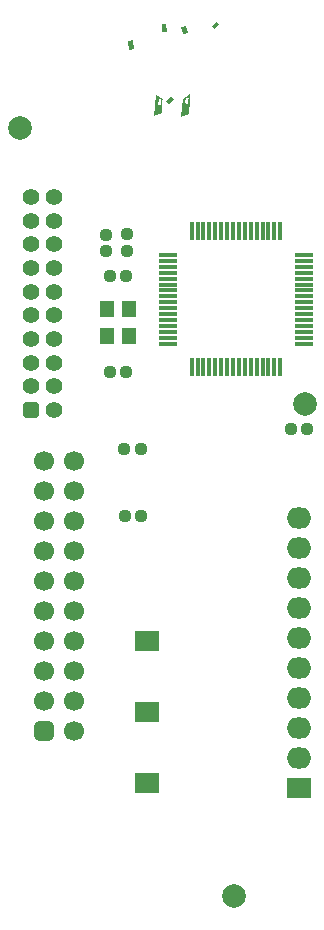
<source format=gts>
G04*
G04 #@! TF.GenerationSoftware,Altium Limited,Altium Designer,23.3.1 (30)*
G04*
G04 Layer_Color=8388736*
%FSLAX44Y44*%
%MOMM*%
G71*
G04*
G04 #@! TF.SameCoordinates,DEEDA602-8963-42E2-A134-3CDC50A55A7F*
G04*
G04*
G04 #@! TF.FilePolarity,Negative*
G04*
G01*
G75*
G04:AMPARAMS|DCode=21|XSize=0.95mm|YSize=0.95mm|CornerRadius=0.2625mm|HoleSize=0mm|Usage=FLASHONLY|Rotation=270.000|XOffset=0mm|YOffset=0mm|HoleType=Round|Shape=RoundedRectangle|*
%AMROUNDEDRECTD21*
21,1,0.9500,0.4250,0,0,270.0*
21,1,0.4250,0.9500,0,0,270.0*
1,1,0.5250,-0.2125,-0.2125*
1,1,0.5250,-0.2125,0.2125*
1,1,0.5250,0.2125,0.2125*
1,1,0.5250,0.2125,-0.2125*
%
%ADD21ROUNDEDRECTD21*%
G04:AMPARAMS|DCode=22|XSize=1.6mm|YSize=0.35mm|CornerRadius=0.1125mm|HoleSize=0mm|Usage=FLASHONLY|Rotation=90.000|XOffset=0mm|YOffset=0mm|HoleType=Round|Shape=RoundedRectangle|*
%AMROUNDEDRECTD22*
21,1,1.6000,0.1250,0,0,90.0*
21,1,1.3750,0.3500,0,0,90.0*
1,1,0.2250,0.0625,0.6875*
1,1,0.2250,0.0625,-0.6875*
1,1,0.2250,-0.0625,-0.6875*
1,1,0.2250,-0.0625,0.6875*
%
%ADD22ROUNDEDRECTD22*%
G04:AMPARAMS|DCode=23|XSize=0.35mm|YSize=1.6mm|CornerRadius=0.1125mm|HoleSize=0mm|Usage=FLASHONLY|Rotation=90.000|XOffset=0mm|YOffset=0mm|HoleType=Round|Shape=RoundedRectangle|*
%AMROUNDEDRECTD23*
21,1,0.3500,1.3750,0,0,90.0*
21,1,0.1250,1.6000,0,0,90.0*
1,1,0.2250,0.6875,0.0625*
1,1,0.2250,0.6875,-0.0625*
1,1,0.2250,-0.6875,-0.0625*
1,1,0.2250,-0.6875,0.0625*
%
%ADD23ROUNDEDRECTD23*%
%ADD24C,2.0000*%
%ADD25R,1.1500X1.4000*%
G04:AMPARAMS|DCode=26|XSize=0.95mm|YSize=0.95mm|CornerRadius=0.2625mm|HoleSize=0mm|Usage=FLASHONLY|Rotation=0.000|XOffset=0mm|YOffset=0mm|HoleType=Round|Shape=RoundedRectangle|*
%AMROUNDEDRECTD26*
21,1,0.9500,0.4250,0,0,0.0*
21,1,0.4250,0.9500,0,0,0.0*
1,1,0.5250,0.2125,-0.2125*
1,1,0.5250,-0.2125,-0.2125*
1,1,0.5250,-0.2125,0.2125*
1,1,0.5250,0.2125,0.2125*
%
%ADD26ROUNDEDRECTD26*%
%ADD27O,2.1000X1.8000*%
%ADD28R,2.1000X1.8000*%
%ADD29C,1.7000*%
%ADD30C,0.1000*%
%ADD31C,1.4000*%
G04:AMPARAMS|DCode=32|XSize=1.4mm|YSize=1.4mm|CornerRadius=0.375mm|HoleSize=0mm|Usage=FLASHONLY|Rotation=90.000|XOffset=0mm|YOffset=0mm|HoleType=Round|Shape=RoundedRectangle|*
%AMROUNDEDRECTD32*
21,1,1.4000,0.6500,0,0,90.0*
21,1,0.6500,1.4000,0,0,90.0*
1,1,0.7500,0.3250,0.3250*
1,1,0.7500,0.3250,-0.3250*
1,1,0.7500,-0.3250,-0.3250*
1,1,0.7500,-0.3250,0.3250*
%
%ADD32ROUNDEDRECTD32*%
G04:AMPARAMS|DCode=33|XSize=1.7mm|YSize=1.7mm|CornerRadius=0.45mm|HoleSize=0mm|Usage=FLASHONLY|Rotation=90.000|XOffset=0mm|YOffset=0mm|HoleType=Round|Shape=RoundedRectangle|*
%AMROUNDEDRECTD33*
21,1,1.7000,0.8000,0,0,90.0*
21,1,0.8000,1.7000,0,0,90.0*
1,1,0.9000,0.4000,0.4000*
1,1,0.9000,0.4000,-0.4000*
1,1,0.9000,-0.4000,-0.4000*
1,1,0.9000,-0.4000,0.4000*
%
%ADD33ROUNDEDRECTD33*%
G36*
X142069Y680497D02*
X143566Y698167D01*
X149377Y694717D01*
X149153Y691880D01*
X148052D01*
X148291Y694438D01*
X145943Y694658D01*
X145513Y690078D01*
X147862Y689858D01*
X148049Y691856D01*
X149152D01*
X148465Y683119D01*
X142069Y680497D01*
D02*
G37*
G36*
X165120Y679162D02*
X166226Y694635D01*
X172664Y699302D01*
X172171Y693059D01*
X171296D01*
X171525Y695504D01*
X169177Y695724D01*
X168748Y691145D01*
X171096Y690925D01*
X171294Y693034D01*
X172169D01*
X171319Y682278D01*
X165120Y679162D01*
D02*
G37*
G36*
X154738Y690922D02*
X152581Y693474D01*
X156692Y696949D01*
X158849Y694398D01*
X154738Y690922D01*
D02*
G37*
G36*
X121104Y736678D02*
X120075Y743991D01*
X124295Y744585D01*
X125324Y737272D01*
X121104Y736678D01*
D02*
G37*
G36*
X149258Y751458D02*
X148784Y758153D01*
X152451Y758412D01*
X152924Y751717D01*
X149258Y751458D01*
D02*
G37*
G36*
X166521Y749637D02*
X165139Y755704D01*
X169424Y756680D01*
X170807Y750613D01*
X166521Y749637D01*
D02*
G37*
G36*
X193391Y753806D02*
X190851Y755976D01*
X194591Y760354D01*
X197131Y758185D01*
X193391Y753806D01*
D02*
G37*
D21*
X130750Y398250D02*
D03*
X116750D02*
D03*
X117250Y342000D02*
D03*
X131250D02*
D03*
X104500Y463750D02*
D03*
X118500D02*
D03*
Y545250D02*
D03*
X104500D02*
D03*
X271750Y415750D02*
D03*
X257750D02*
D03*
D22*
X174000Y582750D02*
D03*
X179000D02*
D03*
X184000D02*
D03*
X189000D02*
D03*
X194000D02*
D03*
X199000D02*
D03*
X204000D02*
D03*
X209000D02*
D03*
X214000D02*
D03*
X219000D02*
D03*
X224000D02*
D03*
X229000D02*
D03*
X234000D02*
D03*
X239000D02*
D03*
X244000D02*
D03*
X249000D02*
D03*
Y467750D02*
D03*
X244000D02*
D03*
X239000D02*
D03*
X234000D02*
D03*
X229000D02*
D03*
X224000D02*
D03*
X219000D02*
D03*
X214000D02*
D03*
X209000D02*
D03*
X204000D02*
D03*
X199000D02*
D03*
X194000D02*
D03*
X189000D02*
D03*
X184000D02*
D03*
X179000D02*
D03*
X174000D02*
D03*
D23*
X154000Y487750D02*
D03*
Y492750D02*
D03*
Y497750D02*
D03*
Y502750D02*
D03*
Y507750D02*
D03*
Y512750D02*
D03*
Y517750D02*
D03*
Y522750D02*
D03*
Y527750D02*
D03*
Y532750D02*
D03*
Y537750D02*
D03*
Y542750D02*
D03*
Y547750D02*
D03*
Y552750D02*
D03*
Y557750D02*
D03*
Y562750D02*
D03*
X269000D02*
D03*
Y557750D02*
D03*
Y552750D02*
D03*
Y547750D02*
D03*
Y542750D02*
D03*
Y537750D02*
D03*
Y532750D02*
D03*
Y527750D02*
D03*
Y522750D02*
D03*
Y517750D02*
D03*
Y512750D02*
D03*
Y507750D02*
D03*
Y502750D02*
D03*
Y497750D02*
D03*
Y492750D02*
D03*
Y487750D02*
D03*
D24*
X269750Y436500D02*
D03*
X28250Y670500D02*
D03*
X210000Y20000D02*
D03*
D25*
X120750Y493750D02*
D03*
X102250D02*
D03*
Y516750D02*
D03*
X120750D02*
D03*
D26*
X119250Y580250D02*
D03*
Y566250D02*
D03*
X101750Y566000D02*
D03*
Y580000D02*
D03*
D27*
X264750Y213100D02*
D03*
Y187700D02*
D03*
Y136900D02*
D03*
Y162300D02*
D03*
Y238500D02*
D03*
Y263900D02*
D03*
Y289300D02*
D03*
Y314700D02*
D03*
Y340100D02*
D03*
D28*
Y111500D02*
D03*
X135750Y175750D02*
D03*
Y235750D02*
D03*
Y115750D02*
D03*
D29*
X49000Y388600D02*
D03*
X74400Y160000D02*
D03*
X49000Y185400D02*
D03*
X74400D02*
D03*
X49000Y210800D02*
D03*
X74400D02*
D03*
X49000Y236200D02*
D03*
X74400D02*
D03*
X49000Y261600D02*
D03*
X74400D02*
D03*
X49000Y287000D02*
D03*
X74400D02*
D03*
X49000Y312400D02*
D03*
X74400D02*
D03*
X49000Y337800D02*
D03*
X74400D02*
D03*
X49000Y363200D02*
D03*
X74400D02*
D03*
Y388600D02*
D03*
D30*
X260000Y40000D02*
D03*
X47500Y730000D02*
D03*
Y40000D02*
D03*
X260000Y730000D02*
D03*
D31*
X57800Y611650D02*
D03*
X37800D02*
D03*
X57800Y591650D02*
D03*
X37800D02*
D03*
X57800Y571650D02*
D03*
X37800D02*
D03*
X57800Y551650D02*
D03*
X37800D02*
D03*
X57800Y531650D02*
D03*
X37800D02*
D03*
X57800Y511650D02*
D03*
X37800D02*
D03*
X57800Y491650D02*
D03*
X37800D02*
D03*
X57800Y471650D02*
D03*
X37800D02*
D03*
X57800Y451650D02*
D03*
X37800D02*
D03*
X57800Y431650D02*
D03*
D32*
X37800D02*
D03*
D33*
X49000Y160000D02*
D03*
M02*

</source>
